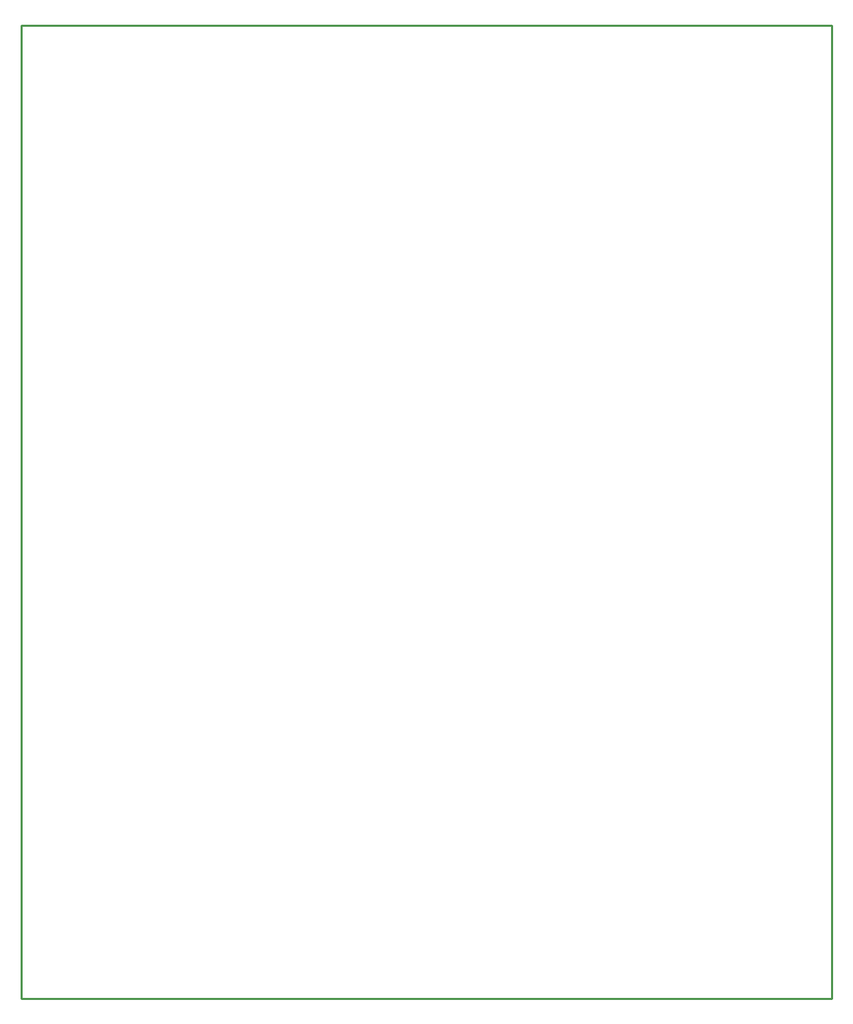
<source format=gbr>
G04 EAGLE Gerber RS-274X export*
G75*
%MOMM*%
%FSLAX34Y34*%
%LPD*%
%IN*%
%IPPOS*%
%AMOC8*
5,1,8,0,0,1.08239X$1,22.5*%
G01*
%ADD10C,0.254000*%


D10*
X0Y0D02*
X1000000Y0D01*
X1000000Y1200000D01*
X0Y1200000D01*
X0Y0D01*
M02*

</source>
